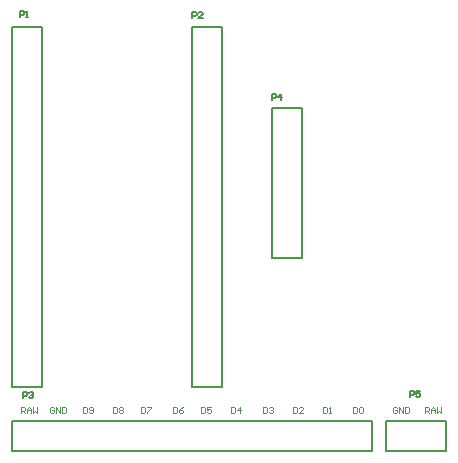
<source format=gto>
%FSTAX23Y23*%
%MOIN*%
%SFA1B1*%

%IPPOS*%
%ADD15C,0.007874*%
%ADD16C,0.004016*%
%ADD17C,0.005000*%
%LNmcu_ecg_combine_board-1*%
%LPD*%
G54D15*
X0277Y0131D02*
Y0141D01*
X0297*
Y0131D02*
Y0141D01*
X0277Y0131D02*
X0297D01*
X01525D02*
X0265D01*
X02725*
Y0141*
X01525D02*
X02725D01*
X01525Y0131D02*
Y0141D01*
X01524Y01599D02*
Y02724D01*
Y01524D02*
Y01599D01*
Y01524D02*
X01624D01*
Y02724*
X01524D02*
X01624D01*
X0239Y02451D02*
X0249D01*
Y01951D02*
Y02451D01*
X0239Y01951D02*
Y02451D01*
Y01951D02*
X0249D01*
X02124Y01599D02*
Y02724D01*
Y01524D02*
Y01599D01*
Y01524D02*
X02224D01*
Y02724*
X02124D02*
X02224D01*
G54D16*
X029Y01435D02*
Y01455D01*
X0291*
X02913Y01451*
Y01445*
X0291Y01441*
X029*
X02906D02*
X02913Y01435D01*
X0292D02*
Y01448D01*
X02926Y01455*
X02933Y01448*
Y01435*
Y01445*
X0292*
X0294Y01455D02*
Y01435D01*
X02946Y01441*
X02953Y01435*
Y01455*
X02808Y01451D02*
X02805Y01455D01*
X02798*
X02795Y01451*
Y01438*
X02798Y01435*
X02805*
X02808Y01438*
Y01445*
X02801*
X02815Y01435D02*
Y01455D01*
X02828Y01435*
Y01455*
X02835D02*
Y01435D01*
X02845*
X02848Y01438*
Y01451*
X02845Y01455*
X02835*
X0266D02*
Y01435D01*
X0267*
X02673Y01438*
Y01451*
X0267Y01455*
X0266*
X0268Y01451D02*
X02683Y01455D01*
X0269*
X02693Y01451*
Y01438*
X0269Y01435*
X02683*
X0268Y01438*
Y01451*
X0256Y01455D02*
Y01435D01*
X0257*
X02573Y01438*
Y01451*
X0257Y01455*
X0256*
X0258Y01435D02*
X02586D01*
X02583*
Y01455*
X0258Y01451*
X0246Y01455D02*
Y01435D01*
X0247*
X02473Y01438*
Y01451*
X0247Y01455*
X0246*
X02493Y01435D02*
X0248D01*
X02493Y01448*
Y01451*
X0249Y01455*
X02483*
X0248Y01451*
X0236Y01455D02*
Y01435D01*
X0237*
X02373Y01438*
Y01451*
X0237Y01455*
X0236*
X0238Y01451D02*
X02383Y01455D01*
X0239*
X02393Y01451*
Y01448*
X0239Y01445*
X02386*
X0239*
X02393Y01441*
Y01438*
X0239Y01435*
X02383*
X0238Y01438*
X02255Y01455D02*
Y01435D01*
X02265*
X02268Y01438*
Y01451*
X02265Y01455*
X02255*
X02285Y01435D02*
Y01455D01*
X02275Y01445*
X02288*
X02155Y01455D02*
Y01435D01*
X02165*
X02168Y01438*
Y01451*
X02165Y01455*
X02155*
X02188D02*
X02175D01*
Y01445*
X02181Y01448*
X02185*
X02188Y01445*
Y01438*
X02185Y01435*
X02178*
X02175Y01438*
X0206Y01455D02*
Y01435D01*
X0207*
X02073Y01438*
Y01451*
X0207Y01455*
X0206*
X02093D02*
X02086Y01451D01*
X0208Y01445*
Y01438*
X02083Y01435*
X0209*
X02093Y01438*
Y01441*
X0209Y01445*
X0208*
X01955Y01455D02*
Y01435D01*
X01965*
X01968Y01438*
Y01451*
X01965Y01455*
X01955*
X01975D02*
X01988D01*
Y01451*
X01975Y01438*
Y01435*
X0186Y01455D02*
Y01435D01*
X0187*
X01873Y01438*
Y01451*
X0187Y01455*
X0186*
X0188Y01451D02*
X01883Y01455D01*
X0189*
X01893Y01451*
Y01448*
X0189Y01445*
X01893Y01441*
Y01438*
X0189Y01435*
X01883*
X0188Y01438*
Y01441*
X01883Y01445*
X0188Y01448*
Y01451*
X01883Y01445D02*
X0189D01*
X0176Y01455D02*
Y01435D01*
X0177*
X01773Y01438*
Y01451*
X0177Y01455*
X0176*
X0178Y01438D02*
X01783Y01435D01*
X0179*
X01793Y01438*
Y01451*
X0179Y01455*
X01783*
X0178Y01451*
Y01448*
X01783Y01445*
X01793*
X01663Y01451D02*
X0166Y01455D01*
X01653*
X0165Y01451*
Y01438*
X01653Y01435*
X0166*
X01663Y01438*
Y01445*
X01656*
X0167Y01435D02*
Y01455D01*
X01683Y01435*
Y01455*
X0169D02*
Y01435D01*
X017*
X01703Y01438*
Y01451*
X017Y01455*
X0169*
X01555Y01435D02*
Y01455D01*
X01565*
X01568Y01451*
Y01445*
X01565Y01441*
X01555*
X01561D02*
X01568Y01435D01*
X01575D02*
Y01448D01*
X01581Y01455*
X01588Y01448*
Y01435*
Y01445*
X01575*
X01595Y01455D02*
Y01435D01*
X01601Y01441*
X01608Y01435*
Y01455*
G54D17*
X0285Y0149D02*
Y0151D01*
X0286*
X02863Y01506*
Y015*
X0286Y01496*
X0285*
X02883Y0151D02*
X0287D01*
Y015*
X02876Y01503*
X0288*
X02883Y015*
Y01493*
X0288Y0149*
X02873*
X0287Y01493*
X0156Y01485D02*
Y01505D01*
X0157*
X01573Y01501*
Y01495*
X0157Y01491*
X0156*
X0158Y01501D02*
X01583Y01505D01*
X0159*
X01593Y01501*
Y01498*
X0159Y01495*
X01586*
X0159*
X01593Y01491*
Y01488*
X0159Y01485*
X01583*
X0158Y01488*
X0155Y02755D02*
Y02775D01*
X0156*
X01563Y02771*
Y02765*
X0156Y02761*
X0155*
X0157Y02755D02*
X01576D01*
X01573*
Y02775*
X0157Y02771*
X02392Y0248D02*
Y025D01*
X02402*
X02405Y02497*
Y0249*
X02402Y02487*
X02392*
X02422Y0248D02*
Y025D01*
X02412Y0249*
X02425*
X02125Y02754D02*
Y02773D01*
X02135*
X02139Y0277*
Y02764*
X02135Y0276*
X02125*
X02159Y02754D02*
X02145D01*
X02159Y02767*
Y0277*
X02155Y02773*
X02149*
X02145Y0277*
M02*
</source>
